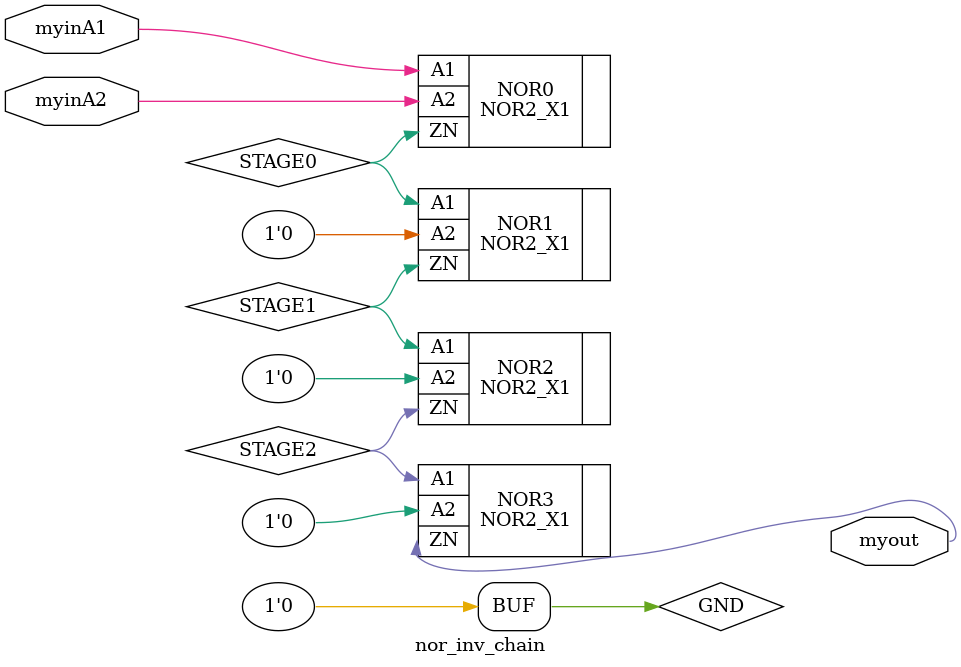
<source format=v>
module nor_inv_chain (myinA1, myinA2, myout);
       input myinA1, myinA2;
       output myout;

       wire GND = 1'b0;
       wire STAGE0, STAGE1, STAGE2;


       NOR2_X1 NOR0 ( .A1 (myinA1), .A2 (myinA2), .ZN (STAGE0));
       NOR2_X1 NOR1 ( .A1 (STAGE0), .A2 (GND), .ZN (STAGE1));
       NOR2_X1 NOR2 ( .A1 (STAGE1), .A2 (GND), .ZN (STAGE2));
       NOR2_X1 NOR3 ( .A1 (STAGE2), .A2 (GND), .ZN (myout));

endmodule

</source>
